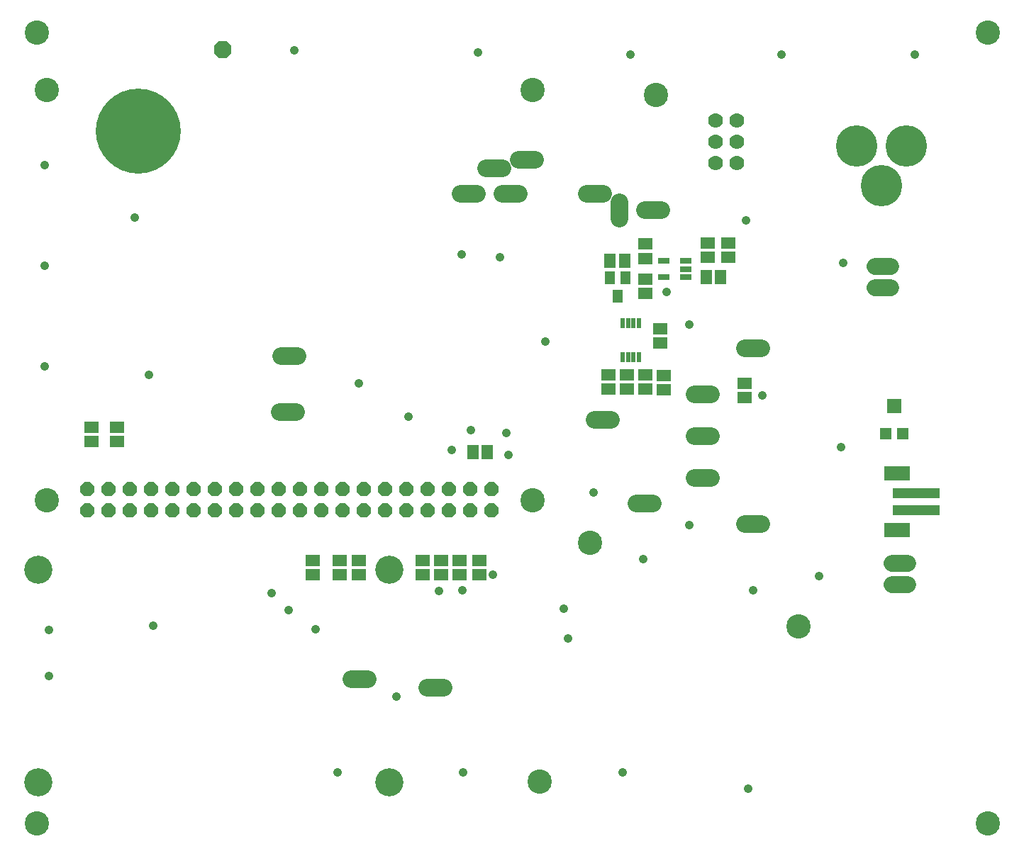
<source format=gbs>
G75*
%MOIN*%
%OFA0B0*%
%FSLAX24Y24*%
%IPPOS*%
%LPD*%
%AMOC8*
5,1,8,0,0,1.08239X$1,22.5*
%
%ADD10C,0.1143*%
%ADD11C,0.0828*%
%ADD12C,0.1950*%
%ADD13C,0.0700*%
%ADD14R,0.2225X0.0454*%
%ADD15R,0.1241X0.0690*%
%ADD16R,0.0651X0.0572*%
%ADD17R,0.0532X0.0277*%
%ADD18R,0.0572X0.0651*%
%ADD19R,0.0454X0.0611*%
%ADD20R,0.0237X0.0454*%
%ADD21C,0.3997*%
%ADD22OC8,0.0820*%
%ADD23C,0.1320*%
%ADD24OC8,0.0660*%
%ADD25R,0.0651X0.0690*%
%ADD26R,0.0532X0.0532*%
%ADD27C,0.0800*%
%ADD28C,0.0414*%
D10*
X001562Y001480D03*
X002015Y016696D03*
X002015Y035988D03*
X001562Y038685D03*
X024849Y035988D03*
X030656Y035751D03*
X046247Y038685D03*
X024849Y016696D03*
X027546Y014669D03*
X037349Y010751D03*
X046247Y001480D03*
X025184Y003448D03*
D11*
X020637Y007897D02*
X019869Y007897D01*
X017094Y008291D02*
X016326Y008291D01*
X029712Y016559D02*
X030479Y016559D01*
X032468Y017740D02*
X033235Y017740D01*
X033235Y019708D02*
X032468Y019708D01*
X032468Y021677D02*
X033235Y021677D01*
X034830Y023842D02*
X035597Y023842D01*
X028511Y020496D02*
X027743Y020496D01*
X034830Y015574D02*
X035597Y015574D01*
X028924Y029964D02*
X028924Y030732D01*
X028137Y031126D02*
X027369Y031126D01*
X030105Y030338D02*
X030873Y030338D01*
X024968Y032700D02*
X024200Y032700D01*
X023412Y032307D02*
X022645Y032307D01*
X022231Y031126D02*
X021464Y031126D01*
X023412Y031126D02*
X024180Y031126D01*
X013786Y023488D02*
X013019Y023488D01*
X012940Y020850D02*
X013708Y020850D01*
D12*
X040080Y033340D03*
X041261Y031490D03*
X042403Y033340D03*
D13*
X034454Y033566D03*
X034454Y032566D03*
X033454Y032566D03*
X033454Y033566D03*
X033454Y034566D03*
X034454Y034566D03*
D14*
X042871Y017011D03*
X042871Y016224D03*
D15*
X041985Y015279D03*
X041985Y017956D03*
D16*
X034830Y021519D03*
X034830Y022189D03*
X031021Y021893D03*
X030155Y021913D03*
X030155Y022582D03*
X031021Y022563D03*
X029269Y022582D03*
X029269Y021913D03*
X028403Y021913D03*
X028403Y022582D03*
X030844Y024078D03*
X030844Y024748D03*
X030155Y026401D03*
X030155Y027070D03*
X030155Y028064D03*
X030155Y028734D03*
X033097Y028773D03*
X033097Y028104D03*
X034062Y028124D03*
X034062Y028793D03*
X022349Y013862D03*
X022349Y013192D03*
X021434Y013192D03*
X020558Y013192D03*
X020558Y013862D03*
X021434Y013862D03*
X019672Y013862D03*
X019672Y013192D03*
X016690Y013192D03*
X015784Y013192D03*
X015784Y013862D03*
X016690Y013862D03*
X014534Y013862D03*
X014534Y013192D03*
X005302Y019452D03*
X005302Y020122D03*
X004121Y020122D03*
X004121Y019452D03*
D17*
X031021Y027189D03*
X031021Y027937D03*
X032044Y027937D03*
X032044Y027563D03*
X032044Y027189D03*
D18*
X033019Y027169D03*
X033688Y027169D03*
X029170Y027966D03*
X028501Y027966D03*
X022723Y018940D03*
X022054Y018940D03*
D19*
X028855Y026293D03*
X028481Y027159D03*
X029229Y027159D03*
D20*
X029338Y025023D03*
X029594Y025023D03*
X029849Y025023D03*
X029082Y025023D03*
X029082Y023409D03*
X029338Y023409D03*
X029594Y023409D03*
X029849Y023409D03*
D21*
X006326Y034039D03*
D22*
X010273Y037877D03*
D23*
X018125Y013419D03*
X018125Y003419D03*
X001625Y003419D03*
X001625Y013419D03*
D24*
X003934Y016216D03*
X004934Y016216D03*
X005934Y016216D03*
X006934Y016216D03*
X007934Y016216D03*
X008934Y016216D03*
X009934Y016216D03*
X010934Y016216D03*
X011934Y016216D03*
X012934Y016216D03*
X013934Y016216D03*
X014934Y016216D03*
X015934Y016216D03*
X016934Y016216D03*
X017934Y016216D03*
X018934Y016216D03*
X019934Y016216D03*
X020934Y016216D03*
X021934Y016216D03*
X022934Y016216D03*
X022934Y017216D03*
X021934Y017216D03*
X020934Y017216D03*
X019934Y017216D03*
X018934Y017216D03*
X017934Y017216D03*
X016934Y017216D03*
X015934Y017216D03*
X014934Y017216D03*
X013934Y017216D03*
X012934Y017216D03*
X011934Y017216D03*
X010934Y017216D03*
X009934Y017216D03*
X008934Y017216D03*
X007934Y017216D03*
X006934Y017216D03*
X005934Y017216D03*
X004934Y017216D03*
X003934Y017216D03*
D25*
X041847Y021116D03*
D26*
X041454Y019807D03*
X042241Y019807D03*
D27*
X042483Y013700D02*
X041743Y013700D01*
X041743Y012700D02*
X042483Y012700D01*
X041696Y026677D02*
X040956Y026677D01*
X040956Y027677D02*
X041696Y027677D01*
D28*
X039456Y027858D03*
X034869Y029846D03*
X031139Y026480D03*
X032221Y024954D03*
X035637Y021618D03*
X039357Y019196D03*
X038334Y013114D03*
X035223Y012444D03*
X032221Y015505D03*
X030056Y013931D03*
X026316Y011568D03*
X026513Y010190D03*
X022979Y013173D03*
X021562Y012464D03*
X020460Y012425D03*
X018442Y007435D03*
X014653Y010614D03*
X013373Y011519D03*
X012586Y012307D03*
X007025Y010781D03*
X002103Y010584D03*
X002103Y008419D03*
X015686Y003891D03*
X021592Y003891D03*
X029072Y003891D03*
X034977Y003104D03*
X027723Y017051D03*
X023708Y018803D03*
X023629Y019866D03*
X021936Y019984D03*
X021050Y019049D03*
X019032Y020624D03*
X016670Y022198D03*
X021523Y028251D03*
X023334Y028114D03*
X025450Y024147D03*
X029466Y037651D03*
X036552Y037651D03*
X042802Y037651D03*
X022281Y037750D03*
X013668Y037848D03*
X006139Y029974D03*
X001906Y027710D03*
X001906Y032435D03*
X001906Y022986D03*
X006828Y022592D03*
M02*

</source>
